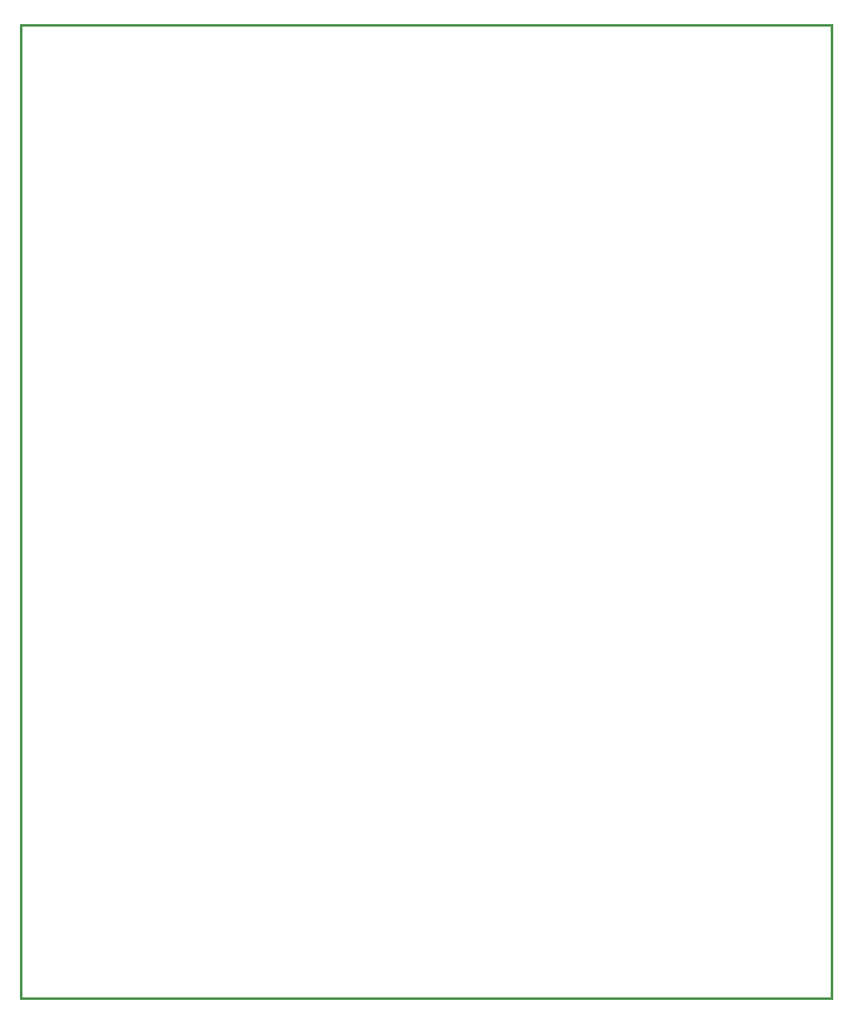
<source format=gbr>
G04 start of page 4 for group 2 idx 2 *
G04 Title: (unknown), outline *
G04 Creator: pcb 4.0.2 *
G04 CreationDate: Thu Dec 31 16:53:57 2020 UTC *
G04 For: petersen *
G04 Format: Gerber/RS-274X *
G04 PCB-Dimensions (mil): 3250.00 3900.00 *
G04 PCB-Coordinate-Origin: lower left *
%MOIN*%
%FSLAX25Y25*%
%LNOUTLINE*%
%ADD42R,0.0100X0.0100*%
G54D42*X0Y390000D02*Y0D01*
Y390000D02*X325000D01*
X0Y0D02*X325000D01*
Y390000D02*Y0D01*
M02*

</source>
